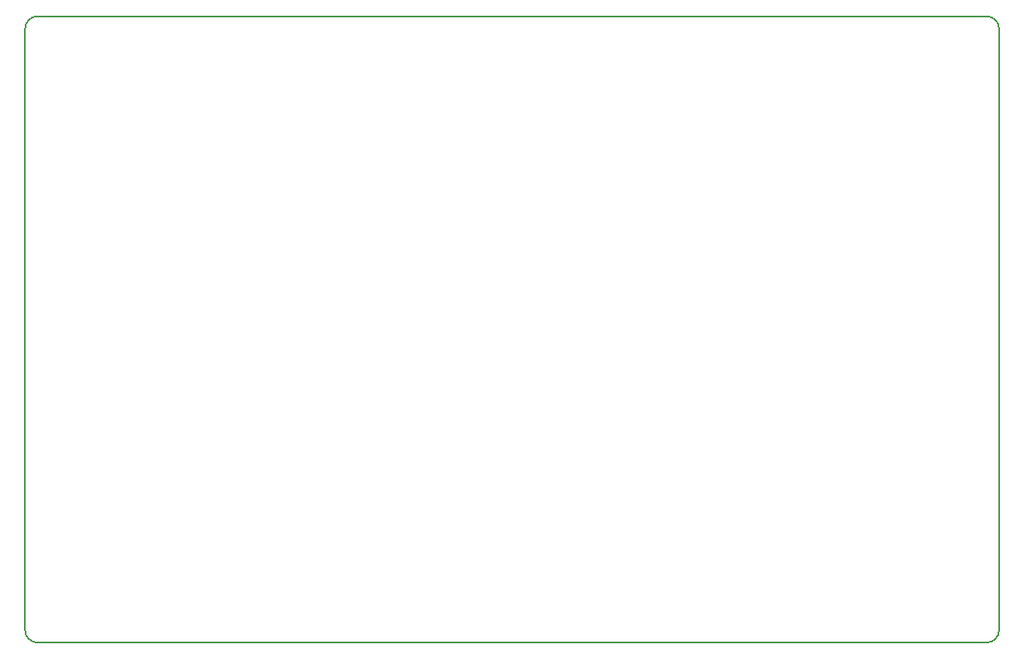
<source format=gm1>
G04 #@! TF.FileFunction,Profile,NP*
%FSLAX46Y46*%
G04 Gerber Fmt 4.6, Leading zero omitted, Abs format (unit mm)*
G04 Created by KiCad (PCBNEW 4.0.7) date 02/08/20 16:40:41*
%MOMM*%
%LPD*%
G01*
G04 APERTURE LIST*
%ADD10C,0.100000*%
%ADD11C,0.150000*%
G04 APERTURE END LIST*
D10*
D11*
X70485000Y-79375000D02*
X70485000Y-140970000D01*
X168910000Y-78105000D02*
X71755000Y-78105000D01*
X71755000Y-78105000D02*
G75*
G03X70485000Y-79375000I0J-1270000D01*
G01*
X170180000Y-79375000D02*
G75*
G03X168910000Y-78105000I-1270000J0D01*
G01*
X170180000Y-140970000D02*
X170180000Y-79375000D01*
X168910000Y-142240000D02*
G75*
G03X170180000Y-140970000I0J1270000D01*
G01*
X71755000Y-142240000D02*
X168910000Y-142240000D01*
X70485000Y-140970000D02*
G75*
G03X71755000Y-142240000I1270000J0D01*
G01*
M02*

</source>
